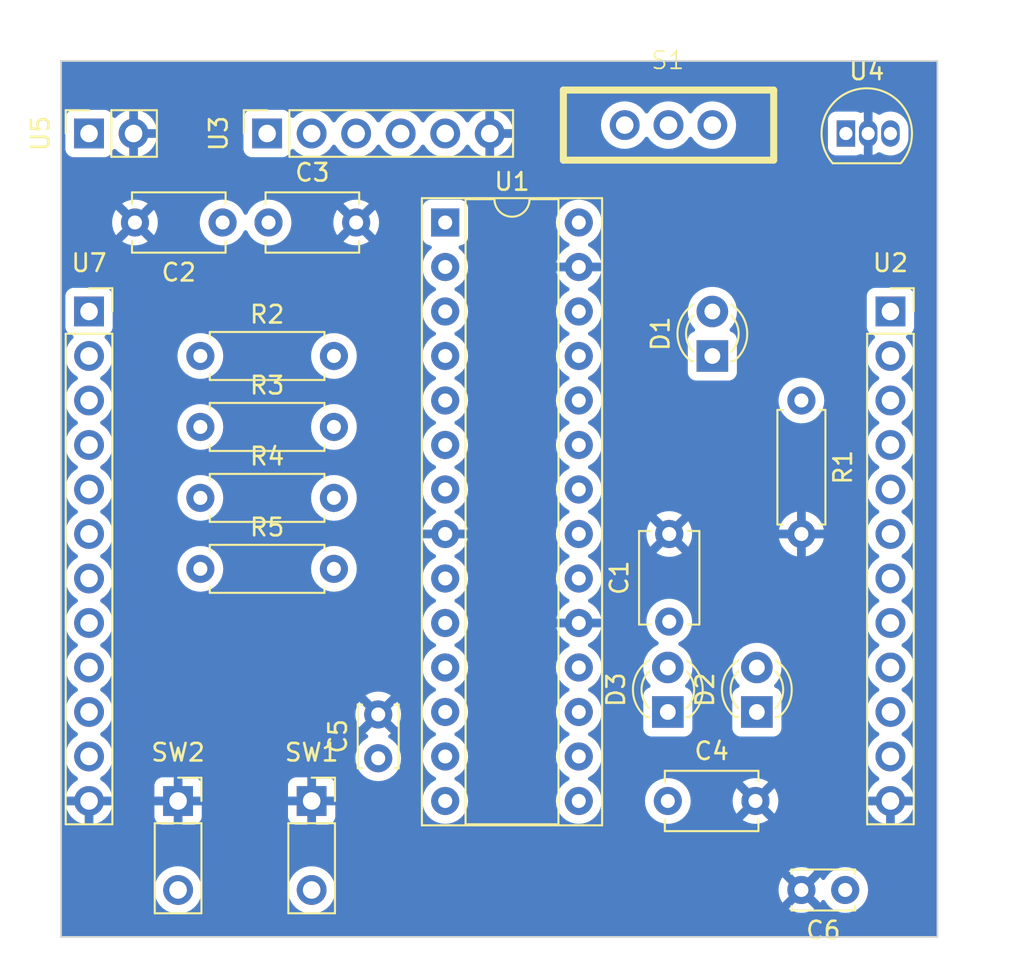
<source format=kicad_pcb>
(kicad_pcb (version 20221018) (generator pcbnew)
  (layers (0 "F.Cu" signal) (31 "B.Cu" signal) (34 "B.Paste" user) (35 "F.Paste" user) (36 "B.SilkS" user "B.Silkscreen") (37 "F.SilkS" user "F.Silkscreen") (38 "B.Mask" user) (39 "F.Mask" user) (44 "Edge.Cuts" user))
  (net 0 "")
  (net 1 "Net-(S1-B)")
  (net 2 "GND")
  (net 3 "+3.3V")
  (net 4 "Net-(U1-Vcap)")
  (net 5 "Net-(D1-K)")
  (net 6 "Net-(D2-K)")
  (net 7 "Net-(D3-K)")
  (net 8 "/MCLR")
  (net 9 "/USER")
  (net 10 "/GREEN")
  (net 11 "/YELLOW")
  (net 12 "+5V")
  (net 13 "Net-(S1-C)")
  (net 14 "/A0")
  (net 15 "/A1")
  (net 16 "/B0")
  (net 17 "/B1")
  (net 18 "/B2")
  (net 19 "/U1TX")
  (net 20 "/U1RX")
  (net 21 "/A3")
  (net 22 "/B6")
  (net 23 "/B7")
  (net 24 "/B8")
  (net 25 "/B9")
  (net 26 "/B10")
  (net 27 "/B11")
  (net 28 "/B12")
  (net 29 "/B13")
  (net 30 "/B14")
  (net 31 "/B15")
  (net 32 "/Vin")
  (footprint "pic32board:pushbutton" (layer "F.Cu") (at 106.68 142.24)
    (fp_text reference "SW2" (at 0 -2.77) (layer "F.SilkS"))
    (fp_text value "USER")
    (fp_line (start -1.33 1.27) (end -1.33 6.41) (stroke (width 0.12)) (layer "F.SilkS"))
    (fp_line (start -1.33 1.27) (end 1.33 1.27) (stroke (width 0.12)) (layer "F.SilkS"))
    (fp_line (start -1.33 6.41) (end 1.33 6.41) (stroke (width 0.12)) (layer "F.SilkS"))
    (fp_line (start 0 -1.33) (end 1.33 -1.33) (stroke (width 0.12)) (layer "F.SilkS"))
    (fp_line (start 1.33 -1.33) (end 1.33 0) (stroke (width 0.12)) (layer "F.SilkS"))
    (fp_line (start 1.33 1.27) (end 1.33 6.41) (stroke (width 0.12)) (layer "F.SilkS"))
    (pad "1" thru_hole rect (at 0 0) (size 1.7 1.7) (drill 1) (layers "*.Cu" "*.Mask") (net 2 "GND"))
    (pad "2" thru_hole oval (at 0 5.08) (size 1.7 1.7) (drill 1) (layers "*.Cu" "*.Mask") (net 9 "/USER"))
  )
  (footprint "Resistor_THT:R_Axial_DIN0207_L6.3mm_D2.5mm_P7.62mm_Horizontal" (layer "F.Cu") (at 107.95 116.84)
    (fp_text reference "R2" (at 3.81 -2.37) (layer "F.SilkS"))
    (fp_text value "10k")
    (fp_line (start 0.54 -1.37) (end 7.08 -1.37) (stroke (width 0.12)) (layer "F.SilkS"))
    (fp_line (start 0.54 -1.04) (end 0.54 -1.37) (stroke (width 0.12)) (layer "F.SilkS"))
    (fp_line (start 0.54 1.04) (end 0.54 1.37) (stroke (width 0.12)) (layer "F.SilkS"))
    (fp_line (start 0.54 1.37) (end 7.08 1.37) (stroke (width 0.12)) (layer "F.SilkS"))
    (fp_line (start 7.08 -1.37) (end 7.08 -1.04) (stroke (width 0.12)) (layer "F.SilkS"))
    (fp_line (start 7.08 1.37) (end 7.08 1.04) (stroke (width 0.12)) (layer "F.SilkS"))
    (pad "1" thru_hole circle (at 0 0) (size 1.6 1.6) (drill 0.8) (layers "*.Cu" "*.Mask") (net 3 "+3.3V"))
    (pad "2" thru_hole oval (at 7.62 0) (size 1.6 1.6) (drill 0.8) (layers "*.Cu" "*.Mask") (net 8 "/MCLR"))
  )
  (footprint "Capacitor_THT:C_Disc_D5.1mm_W3.2mm_P5.00mm" (layer "F.Cu") (at 134.7 132 90)
    (fp_text reference "C1" (at 2.5 -2.85 90) (layer "F.SilkS"))
    (fp_text value "1uF")
    (fp_line (start -0.17 -1.721) (end -0.17 -1.055) (stroke (width 0.12)) (layer "F.SilkS"))
    (fp_line (start -0.17 -1.721) (end 5.17 -1.721) (stroke (width 0.12)) (layer "F.SilkS"))
    (fp_line (start -0.17 1.055) (end -0.17 1.721) (stroke (width 0.12)) (layer "F.SilkS"))
    (fp_line (start -0.17 1.721) (end 5.17 1.721) (stroke (width 0.12)) (layer "F.SilkS"))
    (fp_line (start 5.17 -1.721) (end 5.17 -1.055) (stroke (width 0.12)) (layer "F.SilkS"))
    (fp_line (start 5.17 1.055) (end 5.17 1.721) (stroke (width 0.12)) (layer "F.SilkS"))
    (pad "1" thru_hole circle (at 0 0 90) (size 1.6 1.6) (drill 0.8) (layers "*.Cu" "*.Mask") (net 1 "Net-(S1-B)"))
    (pad "2" thru_hole circle (at 5 0 90) (size 1.6 1.6) (drill 0.8) (layers "*.Cu" "*.Mask") (net 2 "GND"))
  )
  (footprint "LED_THT:LED_D3.0mm" (layer "F.Cu") (at 137.16 116.84 90)
    (fp_text reference "D1" (at 1.27 -2.96 90) (layer "F.SilkS"))
    (fp_text value "RED")
    (fp_line (start -0.29 -1.236) (end -0.29 -1.08) (stroke (width 0.12)) (layer "F.SilkS"))
    (fp_line (start -0.29 1.08) (end -0.29 1.236) (stroke (width 0.12)) (layer "F.SilkS"))
    (fp_arc (start -0.29 -1.235516) (mid 1.366487 -1.987659) (end 2.942335 -1.078608) (stroke (width 0.12)) (layer "F.SilkS"))
    (fp_arc (start 0.229039 -1.08) (mid 1.270117 -1.5) (end 2.31113 -1.079837) (stroke (width 0.12)) (layer "F.SilkS"))
    (fp_arc (start 2.31113 1.079837) (mid 1.270117 1.5) (end 0.229039 1.08) (stroke (width 0.12)) (layer "F.SilkS"))
    (fp_arc (start 2.942335 1.078608) (mid 1.366487 1.987659) (end -0.29 1.235516) (stroke (width 0.12)) (layer "F.SilkS"))
    (pad "1" thru_hole rect (at 0 0 90) (size 1.8 1.8) (drill 0.9) (layers "*.Cu" "*.Mask") (net 5 "Net-(D1-K)"))
    (pad "2" thru_hole circle (at 2.54 0 90) (size 1.8 1.8) (drill 0.9) (layers "*.Cu" "*.Mask") (net 3 "+3.3V"))
  )
  (footprint "pic32board:slidesw2" (layer "F.Cu") (at 134.66 103.661268)
    (fp_text reference "S1" (at -0.042843 -3.700198 unlocked) (layer "F.SilkS") (effects (font (thickness 0.1))))
    (fp_text value "SW_slide")
    (fp_line (start -6 -2) (end -6 2) (stroke (width 0.4)) (layer "F.SilkS"))
    (fp_line (start -6 2) (end 6 2) (stroke (width 0.4)) (layer "F.SilkS"))
    (fp_line (start 6 -2) (end -6 -2) (stroke (width 0.4)) (layer "F.SilkS"))
    (fp_line (start 6 2) (end 6 -2) (stroke (width 0.4)) (layer "F.SilkS"))
    (pad "1" thru_hole circle (at -2.5 0) (size 1.7 1.7) (drill 1) (layers "*.Cu" "*.Mask") (net 12 "+5V"))
    (pad "2" thru_hole circle (at 0 0) (size 1.7 1.7) (drill 1) (layers "*.Cu" "*.Mask") (net 1 "Net-(S1-B)"))
    (pad "3" thru_hole circle (at 2.5 0) (size 1.7 1.7) (drill 1) (layers "*.Cu" "*.Mask") (net 13 "Net-(S1-C)"))
  )
  (footprint "Capacitor_THT:C_Disc_D5.1mm_W3.2mm_P5.00mm" (layer "F.Cu") (at 109.22 109.22 180)
    (fp_text reference "C2" (at 2.5 -2.85) (layer "F.SilkS"))
    (fp_text value "1uF")
    (fp_line (start -0.17 -1.721) (end -0.17 -1.055) (stroke (width 0.12)) (layer "F.SilkS"))
    (fp_line (start -0.17 -1.721) (end 5.17 -1.721) (stroke (width 0.12)) (layer "F.SilkS"))
    (fp_line (start -0.17 1.055) (end -0.17 1.721) (stroke (width 0.12)) (layer "F.SilkS"))
    (fp_line (start -0.17 1.721) (end 5.17 1.721) (stroke (width 0.12)) (layer "F.SilkS"))
    (fp_line (start 5.17 -1.721) (end 5.17 -1.055) (stroke (width 0.12)) (layer "F.SilkS"))
    (fp_line (start 5.17 1.055) (end 5.17 1.721) (stroke (width 0.12)) (layer "F.SilkS"))
    (pad "1" thru_hole circle (at 0 0 180) (size 1.6 1.6) (drill 0.8) (layers "*.Cu" "*.Mask") (net 3 "+3.3V"))
    (pad "2" thru_hole circle (at 5 0 180) (size 1.6 1.6) (drill 0.8) (layers "*.Cu" "*.Mask") (net 2 "GND"))
  )
  (footprint "Resistor_THT:R_Axial_DIN0207_L6.3mm_D2.5mm_P7.62mm_Horizontal" (layer "F.Cu") (at 107.95 128.99)
    (fp_text reference "R5" (at 3.81 -2.37) (layer "F.SilkS"))
    (fp_text value "330")
    (fp_line (start 0.54 -1.37) (end 7.08 -1.37) (stroke (width 0.12)) (layer "F.SilkS"))
    (fp_line (start 0.54 -1.04) (end 0.54 -1.37) (stroke (width 0.12)) (layer "F.SilkS"))
    (fp_line (start 0.54 1.04) (end 0.54 1.37) (stroke (width 0.12)) (layer "F.SilkS"))
    (fp_line (start 0.54 1.37) (end 7.08 1.37) (stroke (width 0.12)) (layer "F.SilkS"))
    (fp_line (start 7.08 -1.37) (end 7.08 -1.04) (stroke (width 0.12)) (layer "F.SilkS"))
    (fp_line (start 7.08 1.37) (end 7.08 1.04) (stroke (width 0.12)) (layer "F.SilkS"))
    (pad "1" thru_hole circle (at 0 0) (size 1.6 1.6) (drill 0.8) (layers "*.Cu" "*.Mask") (net 7 "Net-(D3-K)"))
    (pad "2" thru_hole oval (at 7.62 0) (size 1.6 1.6) (drill 0.8) (layers "*.Cu" "*.Mask") (net 11 "/YELLOW"))
  )
  (footprint "Capacitor_THT:C_Disc_D5.1mm_W3.2mm_P5.00mm" (layer "F.Cu") (at 111.84 109.22)
    (fp_text reference "C3" (at 2.5 -2.85) (layer "F.SilkS"))
    (fp_text value "1uF")
    (fp_line (start -0.17 -1.721) (end -0.17 -1.055) (stroke (width 0.12)) (layer "F.SilkS"))
    (fp_line (start -0.17 -1.721) (end 5.17 -1.721) (stroke (width 0.12)) (layer "F.SilkS"))
    (fp_line (start -0.17 1.055) (end -0.17 1.721) (stroke (width 0.12)) (layer "F.SilkS"))
    (fp_line (start -0.17 1.721) (end 5.17 1.721) (stroke (width 0.12)) (layer "F.SilkS"))
    (fp_line (start 5.17 -1.721) (end 5.17 -1.055) (stroke (width 0.12)) (layer "F.SilkS"))
    (fp_line (start 5.17 1.055) (end 5.17 1.721) (stroke (width 0.12)) (layer "F.SilkS"))
    (pad "1" thru_hole circle (at 0 0) (size 1.6 1.6) (drill 0.8) (layers "*.Cu" "*.Mask") (net 3 "+3.3V"))
    (pad "2" thru_hole circle (at 5 0) (size 1.6 1.6) (drill 0.8) (layers "*.Cu" "*.Mask") (net 2 "GND"))
  )
  (footprint "Resistor_THT:R_Axial_DIN0207_L6.3mm_D2.5mm_P7.62mm_Horizontal" (layer "F.Cu") (at 107.95 124.94)
    (fp_text reference "R4" (at 3.81 -2.37) (layer "F.SilkS"))
    (fp_text value "330")
    (fp_line (start 0.54 -1.37) (end 7.08 -1.37) (stroke (width 0.12)) (layer "F.SilkS"))
    (fp_line (start 0.54 -1.04) (end 0.54 -1.37) (stroke (width 0.12)) (layer "F.SilkS"))
    (fp_line (start 0.54 1.04) (end 0.54 1.37) (stroke (width 0.12)) (layer "F.SilkS"))
    (fp_line (start 0.54 1.37) (end 7.08 1.37) (stroke (width 0.12)) (layer "F.SilkS"))
    (fp_line (start 7.08 -1.37) (end 7.08 -1.04) (stroke (width 0.12)) (layer "F.SilkS"))
    (fp_line (start 7.08 1.37) (end 7.08 1.04) (stroke (width 0.12)) (layer "F.SilkS"))
    (pad "1" thru_hole circle (at 0 0) (size 1.6 1.6) (drill 0.8) (layers "*.Cu" "*.Mask") (net 6 "Net-(D2-K)"))
    (pad "2" thru_hole oval (at 7.62 0) (size 1.6 1.6) (drill 0.8) (layers "*.Cu" "*.Mask") (net 10 "/GREEN"))
  )
  (footprint "Capacitor_THT:C_Disc_D5.1mm_W3.2mm_P5.00mm" (layer "F.Cu") (at 134.62 142.24)
    (fp_text reference "C4" (at 2.5 -2.85) (layer "F.SilkS"))
    (fp_text value "1uF")
    (fp_line (start -0.17 -1.721) (end -0.17 -1.055) (stroke (width 0.12)) (layer "F.SilkS"))
    (fp_line (start -0.17 -1.721) (end 5.17 -1.721) (stroke (width 0.12)) (layer "F.SilkS"))
    (fp_line (start -0.17 1.055) (end -0.17 1.721) (stroke (width 0.12)) (layer "F.SilkS"))
    (fp_line (start -0.17 1.721) (end 5.17 1.721) (stroke (width 0.12)) (layer "F.SilkS"))
    (fp_line (start 5.17 -1.721) (end 5.17 -1.055) (stroke (width 0.12)) (layer "F.SilkS"))
    (fp_line (start 5.17 1.055) (end 5.17 1.721) (stroke (width 0.12)) (layer "F.SilkS"))
    (pad "1" thru_hole circle (at 0 0) (size 1.6 1.6) (drill 0.8) (layers "*.Cu" "*.Mask") (net 4 "Net-(U1-Vcap)"))
    (pad "2" thru_hole circle (at 5 0) (size 1.6 1.6) (drill 0.8) (layers "*.Cu" "*.Mask") (net 2 "GND"))
  )
  (footprint "pic32board:pushbutton" (layer "F.Cu") (at 114.3 142.24)
    (fp_text reference "SW1" (at 0 -2.77) (layer "F.SilkS"))
    (fp_text value "MCLR")
    (fp_line (start -1.33 1.27) (end -1.33 6.41) (stroke (width 0.12)) (layer "F.SilkS"))
    (fp_line (start -1.33 1.27) (end 1.33 1.27) (stroke (width 0.12)) (layer "F.SilkS"))
    (fp_line (start -1.33 6.41) (end 1.33 6.41) (stroke (width 0.12)) (layer "F.SilkS"))
    (fp_line (start 0 -1.33) (end 1.33 -1.33) (stroke (width 0.12)) (layer "F.SilkS"))
    (fp_line (start 1.33 -1.33) (end 1.33 0) (stroke (width 0.12)) (layer "F.SilkS"))
    (fp_line (start 1.33 1.27) (end 1.33 6.41) (stroke (width 0.12)) (layer "F.SilkS"))
    (pad "1" thru_hole rect (at 0 0) (size 1.7 1.7) (drill 1) (layers "*.Cu" "*.Mask") (net 2 "GND"))
    (pad "2" thru_hole oval (at 0 5.08) (size 1.7 1.7) (drill 1) (layers "*.Cu" "*.Mask") (net 8 "/MCLR"))
  )
  (footprint "Connector_PinSocket_2.54mm:PinSocket_1x06_P2.54mm_Vertical" (layer "F.Cu") (at 111.76 104.14 90)
    (fp_text reference "U3" (at 0 -2.77 90) (layer "F.SilkS"))
    (fp_text value "~")
    (fp_line (start -1.33 1.27) (end -1.33 14.03) (stroke (width 0.12)) (layer "F.SilkS"))
    (fp_line (start -1.33 1.27) (end 1.33 1.27) (stroke (width 0.12)) (layer "F.SilkS"))
    (fp_line (start -1.33 14.03) (end 1.33 14.03) (stroke (width 0.12)) (layer "F.SilkS"))
    (fp_line (start 0 -1.33) (end 1.33 -1.33) (stroke (width 0.12)) (layer "F.SilkS"))
    (fp_line (start 1.33 -1.33) (end 1.33 0) (stroke (width 0.12)) (layer "F.SilkS"))
    (fp_line (start 1.33 1.27) (end 1.33 14.03) (stroke (width 0.12)) (layer "F.SilkS"))
    (pad "1" thru_hole rect (at 0 0 90) (size 1.7 1.7) (drill 1) (layers "*.Cu" "*.Mask"))
    (pad "2" thru_hole oval (at 0 2.54 90) (size 1.7 1.7) (drill 1) (layers "*.Cu" "*.Mask") (net 19 "/U1TX"))
    (pad "3" thru_hole oval (at 0 5.08 90) (size 1.7 1.7) (drill 1) (layers "*.Cu" "*.Mask") (net 20 "/U1RX"))
    (pad "4" thru_hole oval (at 0 7.62 90) (size 1.7 1.7) (drill 1) (layers "*.Cu" "*.Mask") (net 12 "+5V"))
    (pad "5" thru_hole oval (at 0 10.16 90) (size 1.7 1.7) (drill 1) (layers "*.Cu" "*.Mask"))
    (pad "6" thru_hole oval (at 0 12.7 90) (size 1.7 1.7) (drill 1) (layers "*.Cu" "*.Mask") (net 2 "GND"))
  )
  (footprint "Connector_PinSocket_2.54mm:PinSocket_1x12_P2.54mm_Vertical" (layer "F.Cu") (at 101.6 114.3)
    (fp_text reference "U7" (at 0 -2.77) (layer "F.SilkS"))
    (fp_text value "~")
    (fp_line (start -1.33 1.27) (end -1.33 29.27) (stroke (width 0.12)) (layer "F.SilkS"))
    (fp_line (start -1.33 1.27) (end 1.33 1.27) (stroke (width 0.12)) (layer "F.SilkS"))
    (fp_line (start -1.33 29.27) (end 1.33 29.27) (stroke (width 0.12)) (layer "F.SilkS"))
    (fp_line (start 0 -1.33) (end 1.33 -1.33) (stroke (width 0.12)) (layer "F.SilkS"))
    (fp_line (start 1.33 -1.33) (end 1.33 0) (stroke (width 0.12)) (layer "F.SilkS"))
    (fp_line (start 1.33 1.27) (end 1.33 29.27) (stroke (width 0.12)) (layer "F.SilkS"))
    (pad "1" thru_hole rect (at 0 0) (size 1.7 1.7) (drill 1) (layers "*.Cu" "*.Mask") (net 14 "/A0"))
    (pad "2" thru_hole oval (at 0 2.54) (size 1.7 1.7) (drill 1) (layers "*.Cu" "*.Mask") (net 15 "/A1"))
    (pad "3" thru_hole oval (at 0 5.08) (size 1.7 1.7) (drill 1) (layers "*.Cu" "*.Mask") (net 16 "/B0"))
    (pad "4" thru_hole oval (at 0 7.62) (size 1.7 1.7) (drill 1) (layers "*.Cu" "*.Mask") (net 17 "/B1"))
    (pad "5" thru_hole oval (at 0 10.16) (size 1.7 1.7) (drill 1) (layers "*.Cu" "*.Mask") (net 18 "/B2"))
    (pad "6" thru_hole oval (at 0 12.7) (size 1.7 1.7) (drill 1) (layers "*.Cu" "*.Mask") (net 21 "/A3"))
    (pad "7" thru_hole oval (at 0 15.24) (size 1.7 1.7) (drill 1) (layers "*.Cu" "*.Mask") (net 10 "/GREEN"))
    (pad "8" thru_hole oval (at 0 17.78) (size 1.7 1.7) (drill 1) (layers "*.Cu" "*.Mask") (net 11 "/YELLOW"))
    (pad "9" thru_hole oval (at 0 20.32) (size 1.7 1.7) (drill 1) (layers "*.Cu" "*.Mask") (net 22 "/B6"))
    (pad "10" thru_hole oval (at 0 22.86) (size 1.7 1.7) (drill 1) (layers "*.Cu" "*.Mask") (net 32 "/Vin"))
    (pad "11" thru_hole oval (at 0 25.4) (size 1.7 1.7) (drill 1) (layers "*.Cu" "*.Mask") (net 3 "+3.3V"))
    (pad "12" thru_hole oval (at 0 27.94) (size 1.7 1.7) (drill 1) (layers "*.Cu" "*.Mask") (net 2 "GND"))
  )
  (footprint "LED_THT:LED_D3.0mm" (layer "F.Cu") (at 139.7 137.16 90)
    (fp_text reference "D2" (at 1.27 -2.96 90) (layer "F.SilkS"))
    (fp_text value "GREEN")
    (fp_line (start -0.29 -1.236) (end -0.29 -1.08) (stroke (width 0.12)) (layer "F.SilkS"))
    (fp_line (start -0.29 1.08) (end -0.29 1.236) (stroke (width 0.12)) (layer "F.SilkS"))
    (fp_arc (start -0.29 -1.235516) (mid 1.366487 -1.987659) (end 2.942335 -1.078608) (stroke (width 0.12)) (layer "F.SilkS"))
    (fp_arc (start 0.229039 -1.08) (mid 1.270117 -1.5) (end 2.31113 -1.079837) (stroke (width 0.12)) (layer "F.SilkS"))
    (fp_arc (start 2.31113 1.079837) (mid 1.270117 1.5) (end 0.229039 1.08) (stroke (width 0.12)) (layer "F.SilkS"))
    (fp_arc (start 2.942335 1.078608) (mid 1.366487 1.987659) (end -0.29 1.235516) (stroke (width 0.12)) (layer "F.SilkS"))
    (pad "1" thru_hole rect (at 0 0 90) (size 1.8 1.8) (drill 0.9) (layers "*.Cu" "*.Mask") (net 6 "Net-(D2-K)"))
    (pad "2" thru_hole circle (at 2.54 0 90) (size 1.8 1.8) (drill 0.9) (layers "*.Cu" "*.Mask") (net 3 "+3.3V"))
  )
  (footprint "LED_THT:LED_D3.0mm" (layer "F.Cu") (at 134.62 137.16 90)
    (fp_text reference "D3" (at 1.27 -2.96 90) (layer "F.SilkS"))
    (fp_text value "YELLOW")
    (fp_line (start -0.29 -1.236) (end -0.29 -1.08) (stroke (width 0.12)) (layer "F.SilkS"))
    (fp_line (start -0.29 1.08) (end -0.29 1.236) (stroke (width 0.12)) (layer "F.SilkS"))
    (fp_arc (start -0.29 -1.235516) (mid 1.366487 -1.987659) (end 2.942335 -1.078608) (stroke (width 0.12)) (layer "F.SilkS"))
    (fp_arc (start 0.229039 -1.08) (mid 1.270117 -1.5) (end 2.31113 -1.079837) (stroke (width 0.12)) (layer "F.SilkS"))
    (fp_arc (start 2.31113 1.079837) (mid 1.270117 1.5) (end 0.229039 1.08) (stroke (width 0.12)) (layer "F.SilkS"))
    (fp_arc (start 2.942335 1.078608) (mid 1.366487 1.987659) (end -0.29 1.235516) (stroke (width 0.12)) (layer "F.SilkS"))
    (pad "1" thru_hole rect (at 0 0 90) (size 1.8 1.8) (drill 0.9) (layers "*.Cu" "*.Mask") (net 7 "Net-(D3-K)"))
    (pad "2" thru_hole circle (at 2.54 0 90) (size 1.8 1.8) (drill 0.9) (layers "*.Cu" "*.Mask") (net 3 "+3.3V"))
  )
  (footprint "Package_TO_SOT_THT:TO-92L_Inline" (layer "F.Cu") (at 144.78 104.14)
    (fp_text reference "U4" (at 1.19 -3.56) (layer "F.SilkS"))
    (fp_text value "~")
    (fp_line (start -0.75 1.7) (end 3.1 1.7) (stroke (width 0.12)) (layer "F.SilkS"))
    (fp_arc (start -0.75 1.7) (mid 1.183448 -2.579449) (end 3.138611 1.690122) (stroke (width 0.12)) (layer "F.SilkS"))
    (pad "1" thru_hole rect (at 0 0) (size 1.05 1.5) (drill 0.75) (layers "*.Cu" "*.Mask") (net 3 "+3.3V"))
    (pad "2" thru_hole oval (at 1.27 0) (size 1.05 1.5) (drill 0.75) (layers "*.Cu" "*.Mask") (net 2 "GND"))
    (pad "3" thru_hole oval (at 2.54 0) (size 1.05 1.5) (drill 0.75) (layers "*.Cu" "*.Mask") (net 1 "Net-(S1-B)"))
  )
  (footprint "Connector_PinSocket_2.54mm:PinSocket_1x02_P2.54mm_Vertical" (layer "F.Cu") (at 101.6 104.14 90)
    (fp_text reference "U5" (at 0 -2.77 90) (layer "F.SilkS"))
    (fp_text value "~")
    (fp_line (start -1.33 1.27) (end -1.33 3.87) (stroke (width 0.12)) (layer "F.SilkS"))
    (fp_line (start -1.33 1.27) (end 1.33 1.27) (stroke (width 0.12)) (layer "F.SilkS"))
    (fp_line (start -1.33 3.87) (end 1.33 3.87) (stroke (width 0.12)) (layer "F.SilkS"))
    (fp_line (start 0 -1.33) (end 1.33 -1.33) (stroke (width 0.12)) (layer "F.SilkS"))
    (fp_line (start 1.33 -1.33) (end 1.33 0) (stroke (width 0.12)) (layer "F.SilkS"))
    (fp_line (start 1.33 1.27) (end 1.33 3.87) (stroke (width 0.12)) (layer "F.SilkS"))
    (pad "1" thru_hole rect (at 0 0 90) (size 1.7 1.7) (drill 1) (layers "*.Cu" "*.Mask") (net 13 "Net-(S1-C)"))
    (pad "2" thru_hole oval (at 0 2.54 90) (size 1.7 1.7) (drill 1) (layers "*.Cu" "*.Mask") (net 2 "GND"))
  )
  (footprint "Package_DIP:DIP-28_W7.62mm_Socket" (layer "F.Cu") (at 121.92 109.22)
    (fp_text reference "U1" (at 3.81 -2.33) (layer "F.SilkS"))
    (fp_text value "~")
    (fp_line (start -1.33 -1.39) (end -1.33 34.41) (stroke (width 0.12)) (layer "F.SilkS"))
    (fp_line (start -1.33 34.41) (end 8.95 34.41) (stroke (width 0.12)) (layer "F.SilkS"))
    (fp_line (start 1.16 -1.33) (end 1.16 34.35) (stroke (width 0.12)) (layer "F.SilkS"))
    (fp_line (start 1.16 34.35) (end 6.46 34.35) (stroke (width 0.12)) (layer "F.SilkS"))
    (fp_line (start 2.81 -1.33) (end 1.16 -1.33) (stroke (width 0.12)) (layer "F.SilkS"))
    (fp_line (start 6.46 -1.33) (end 4.81 -1.33) (stroke (width 0.12)) (layer "F.SilkS"))
    (fp_line (start 6.46 34.35) (end 6.46 -1.33) (stroke (width 0.12)) (layer "F.SilkS"))
    (fp_line (start 8.95 -1.39) (end -1.33 -1.39) (stroke (width 0.12)) (layer "F.SilkS"))
    (fp_line (start 8.95 34.41) (end 8.95 -1.39) (stroke (width 0.12)) (layer "F.SilkS"))
    (fp_arc (start 4.81 -1.33) (mid 3.81 -0.33) (end 2.81 -1.33) (stroke (width 0.12)) (layer "F.SilkS"))
    (pad "1" thru_hole rect (at 0 0) (size 1.6 1.6) (drill 0.8) (layers "*.Cu" "*.Mask") (net 8 "/MCLR"))
    (pad "2" thru_hole oval (at 0 2.54) (size 1.6 1.6) (drill 0.8) (layers "*.Cu" "*.Mask") (net 14 "/A0"))
    (pad "3" thru_hole oval (at 0 5.08) (size 1.6 1.6) (drill 0.8) (layers "*.Cu" "*.Mask") (net 15 "/A1"))
    (pad "4" thru_hole oval (at 0 7.62) (size 1.6 1.6) (drill 0.8) (layers "*.Cu" "*.Mask") (net 16 "/B0"))
    (pad "5" thru_hole oval (at 0 10.16) (size 1.6 1.6) (drill 0.8) (layers "*.Cu" "*.Mask") (net 17 "/B1"))
    (pad "6" thru_hole oval (at 0 12.7) (size 1.6 1.6) (drill 0.8) (layers "*.Cu" "*.Mask") (net 18 "/B2"))
    (pad "7" thru_hole oval (at 0 15.24) (size 1.6 1.6) (drill 0.8) (layers "*.Cu" "*.Mask") (net 19 "/U1TX"))
    (pad "8" thru_hole oval (at 0 17.78) (size 1.6 1.6) (drill 0.8) (layers "*.Cu" "*.Mask") (net 2 "GND"))
    (pad "9" thru_hole oval (at 0 20.32) (size 1.6 1.6) (drill 0.8) (layers "*.Cu" "*.Mask") (net 20 "/U1RX"))
    (pad "10" thru_hole oval (at 0 22.86) (size 1.6 1.6) (drill 0.8) (layers "*.Cu" "*.Mask") (net 21 "/A3"))
    (pad "11" thru_hole oval (at 0 25.4) (size 1.6 1.6) (drill 0.8) (layers "*.Cu" "*.Mask") (net 10 "/GREEN"))
    (pad "12" thru_hole oval (at 0 27.94) (size 1.6 1.6) (drill 0.8) (layers "*.Cu" "*.Mask") (net 9 "/USER"))
    (pad "13" thru_hole oval (at 0 30.48) (size 1.6 1.6) (drill 0.8) (layers "*.Cu" "*.Mask") (net 3 "+3.3V"))
    (pad "14" thru_hole oval (at 0 33.02) (size 1.6 1.6) (drill 0.8) (layers "*.Cu" "*.Mask") (net 11 "/YELLOW"))
    (pad "15" thru_hole oval (at 7.62 33.02) (size 1.6 1.6) (drill 0.8) (layers "*.Cu" "*.Mask") (net 22 "/B6"))
    (pad "16" thru_hole oval (at 7.62 30.48) (size 1.6 1.6) (drill 0.8) (layers "*.Cu" "*.Mask") (net 23 "/B7"))
    (pad "17" thru_hole oval (at 7.62 27.94) (size 1.6 1.6) (drill 0.8) (layers "*.Cu" "*.Mask") (net 24 "/B8"))
    (pad "18" thru_hole oval (at 7.62 25.4) (size 1.6 1.6) (drill 0.8) (layers "*.Cu" "*.Mask") (net 25 "/B9"))
    (pad "19" thru_hole oval (at 7.62 22.86) (size 1.6 1.6) (drill 0.8) (layers "*.Cu" "*.Mask") (net 2 "GND"))
    (pad "20" thru_hole oval (at 7.62 20.32) (size 1.6 1.6) (drill 0.8) (layers "*.Cu" "*.Mask") (net 4 "Net-(U1-Vcap)"))
    (pad "21" thru_hole oval (at 7.62 17.78) (size 1.6 1.6) (drill 0.8) (layers "*.Cu" "*.Mask") (net 26 "/B10"))
    (pad "22" thru_hole oval (at 7.62 15.24) (size 1.6 1.6) (drill 0.8) (layers "*.Cu" "*.Mask") (net 27 "/B11"))
    (pad "23" thru_hole oval (at 7.62 12.7) (size 1.6 1.6) (drill 0.8) (layers "*.Cu" "*.Mask") (net 28 "/B12"))
    (pad "24" thru_hole oval (at 7.62 10.16) (size 1.6 1.6) (drill 0.8) (layers "*.Cu" "*.Mask") (net 29 "/B13"))
    (pad "25" thru_hole oval (at 7.62 7.62) (size 1.6 1.6) (drill 0.8) (layers "*.Cu" "*.Mask") (net 30 "/B14"))
    (pad "26" thru_hole oval (at 7.62 5.08) (size 1.6 1.6) (drill 0.8) (layers "*.Cu" "*.Mask") (net 31 "/B15"))
    (pad "27" thru_hole oval (at 7.62 2.54) (size 1.6 1.6) (drill 0.8) (layers "*.Cu" "*.Mask") (net 2 "GND"))
    (pad "28" thru_hole oval (at 7.62 0) (size 1.6 1.6) (drill 0.8) (layers "*.Cu" "*.Mask") (net 3 "+3.3V"))
  )
  (footprint "Capacitor_THT:C_Disc_D3.4mm_W2.1mm_P2.50mm" (layer "F.Cu") (at 118.097252 139.800813 90)
    (fp_text reference "C5" (at 1.25 -2.3 90) (layer "F.SilkS"))
    (fp_text value "0.1uF")
    (fp_line (start -0.57 -1.17) (end -0.57 -0.925) (stroke (width 0.12)) (layer "F.SilkS"))
    (fp_line (start -0.57 -1.17) (end 3.07 -1.17) (stroke (width 0.12)) (layer "F.SilkS"))
    (fp_line (start -0.57 0.925) (end -0.57 1.17) (stroke (width 0.12)) (layer "F.SilkS"))
    (fp_line (start -0.57 1.17) (end 3.07 1.17) (stroke (width 0.12)) (layer "F.SilkS"))
    (fp_line (start 3.07 -1.17) (end 3.07 -0.925) (stroke (width 0.12)) (layer "F.SilkS"))
    (fp_line (start 3.07 0.925) (end 3.07 1.17) (stroke (width 0.12)) (layer "F.SilkS"))
    (pad "1" thru_hole circle (at 0 0 90) (size 1.6 1.6) (drill 0.8) (layers "*.Cu" "*.Mask") (net 3 "+3.3V"))
    (pad "2" thru_hole circle (at 2.5 0 90) (size 1.6 1.6) (drill 0.8) (layers "*.Cu" "*.Mask") (net 2 "GND"))
  )
  (footprint "Connector_PinSocket_2.54mm:PinSocket_1x12_P2.54mm_Vertical" (layer "F.Cu") (at 147.32 114.3)
    (fp_text reference "U2" (at 0 -2.77) (layer "F.SilkS"))
    (fp_text value "~")
    (fp_line (start -1.33 1.27) (end -1.33 29.27) (stroke (width 0.12)) (layer "F.SilkS"))
    (fp_line (start -1.33 1.27) (end 1.33 1.27) (stroke (width 0.12)) (layer "F.SilkS"))
    (fp_line (start -1.33 29.27) (end 1.33 29.27) (stroke (width 0.12)) (layer "F.SilkS"))
    (fp_line (start 0 -1.33) (end 1.33 -1.33) (stroke (width 0.12)) (layer "F.SilkS"))
    (fp_line (start 1.33 -1.33) (end 1.33 0) (stroke (width 0.12)) (layer "F.SilkS"))
    (fp_line (start 1.33 1.27) (end 1.33 29.27) (stroke (width 0.12)) (layer "F.SilkS"))
    (pad "1" thru_hole rect (at 0 0) (size 1.7 1.7) (drill 1) (layers "*.Cu" "*.Mask") (net 31 "/B15"))
    (pad "2" thru_hole oval (at 0 2.54) (size 1.7 1.7) (drill 1) (layers "*.Cu" "*.Mask") (net 30 "/B14"))
    (pad "3" thru_hole oval (at 0 5.08) (size 1.7 1.7) (drill 1) (layers "*.Cu" "*.Mask") (net 29 "/B13"))
    (pad "4" thru_hole oval (at 0 7.62) (size 1.7 1.7) (drill 1) (layers "*.Cu" "*.Mask") (net 28 "/B12"))
    (pad "5" thru_hole oval (at 0 10.16) (size 1.7 1.7) (drill 1) (layers "*.Cu" "*.Mask") (net 27 "/B11"))
    (pad "6" thru_hole oval (at 0 12.7) (size 1.7 1.7) (drill 1) (layers "*.Cu" "*.Mask") (net 26 "/B10"))
    (pad "7" thru_hole oval (at 0 15.24) (size 1.7 1.7) (drill 1) (layers "*.Cu" "*.Mask") (net 25 "/B9"))
    (pad "8" thru_hole oval (at 0 17.78) (size 1.7 1.7) (drill 1) (layers "*.Cu" "*.Mask") (net 24 "/B8"))
    (pad "9" thru_hole oval (at 0 20.32) (size 1.7 1.7) (drill 1) (layers "*.Cu" "*.Mask") (net 23 "/B7"))
    (pad "10" thru_hole oval (at 0 22.86) (size 1.7 1.7) (drill 1) (layers "*.Cu" "*.Mask") (net 32 "/Vin"))
    (pad "11" thru_hole oval (at 0 25.4) (size 1.7 1.7) (drill 1) (layers "*.Cu" "*.Mask") (net 3 "+3.3V"))
    (pad "12" thru_hole oval (at 0 27.94) (size 1.7 1.7) (drill 1) (layers "*.Cu" "*.Mask") (net 2 "GND"))
  )
  (footprint "Resistor_THT:R_Axial_DIN0207_L6.3mm_D2.5mm_P7.62mm_Horizontal" (layer "F.Cu") (at 142.24 119.38 -90)
    (fp_text reference "R1" (at 3.81 -2.37 90) (layer "F.SilkS"))
    (fp_text value "330")
    (fp_line (start 0.54 -1.37) (end 7.08 -1.37) (stroke (width 0.12)) (layer "F.SilkS"))
    (fp_line (start 0.54 -1.04) (end 0.54 -1.37) (stroke (width 0.12)) (layer "F.SilkS"))
    (fp_line (start 0.54 1.04) (end 0.54 1.37) (stroke (width 0.12)) (layer "F.SilkS"))
    (fp_line (start 0.54 1.37) (end 7.08 1.37) (stroke (width 0.12)) (layer "F.SilkS"))
    (fp_line (start 7.08 -1.37) (end 7.08 -1.04) (stroke (width 0.12)) (layer "F.SilkS"))
    (fp_line (start 7.08 1.37) (end 7.08 1.04) (stroke (width 0.12)) (layer "F.SilkS"))
    (pad "1" thru_hole circle (at 0 0 270) (size 1.6 1.6) (drill 0.8) (layers "*.Cu" "*.Mask") (net 5 "Net-(D1-K)"))
    (pad "2" thru_hole oval (at 7.62 0 270) (size 1.6 1.6) (drill 0.8) (layers "*.Cu" "*.Mask") (net 2 "GND"))
  )
  (footprint "Capacitor_THT:C_Disc_D3.4mm_W2.1mm_P2.50mm" (layer "F.Cu") (at 144.74 147.32 180)
    (fp_text reference "C6" (at 1.25 -2.3) (layer "F.SilkS"))
    (fp_text value "0.1uf")
    (fp_line (start -0.57 -1.17) (end -0.57 -0.925) (stroke (width 0.12)) (layer "F.SilkS"))
    (fp_line (start -0.57 -1.17) (end 3.07 -1.17) (stroke (width 0.12)) (layer "F.SilkS"))
    (fp_line (start -0.57 0.925) (end -0.57 1.17) (stroke (width 0.12)) (layer "F.SilkS"))
    (fp_line (start -0.57 1.17) (end 3.07 1.17) (stroke (width 0.12)) (layer "F.SilkS"))
    (fp_line (start 3.07 -1.17) (end 3.07 -0.925) (stroke (width 0.12)) (layer "F.SilkS"))
    (fp_line (start 3.07 0.925) (end 3.07 1.17) (stroke (width 0.12)) (layer "F.SilkS"))
    (pad "1" thru_hole circle (at 0 0 180) (size 1.6 1.6) (drill 0.8) (layers "*.Cu" "*.Mask") (net 3 "+3.3V"))
    (pad "2" thru_hole circle (at 2.5 0 180) (size 1.6 1.6) (drill 0.8) (layers "*.Cu" "*.Mask") (net 2 "GND"))
  )
  (footprint "Resistor_THT:R_Axial_DIN0207_L6.3mm_D2.5mm_P7.62mm_Horizontal" (layer "F.Cu") (at 107.95 120.89)
    (fp_text reference "R3" (at 3.81 -2.37) (layer "F.SilkS"))
    (fp_text value "10k")
    (fp_line (start 0.54 -1.37) (end 7.08 -1.37) (stroke (width 0.12)) (layer "F.SilkS"))
    (fp_line (start 0.54 -1.04) (end 0.54 -1.37) (stroke (width 0.12)) (layer "F.SilkS"))
    (fp_line (start 0.54 1.04) (end 0.54 1.37) (stroke (width 0.12)) (layer "F.SilkS"))
    (fp_line (start 0.54 1.37) (end 7.08 1.37) (stroke (width 0.12)) (layer "F.SilkS"))
    (fp_line (start 7.08 -1.37) (end 7.08 -1.04) (stroke (width 0.12)) (layer "F.SilkS"))
    (fp_line (start 7.08 1.37) (end 7.08 1.04) (stroke (width 0.12)) (layer "F.SilkS"))
    (pad "1" thru_hole circle (at 0 0) (size 1.6 1.6) (drill 0.8) (layers "*.Cu" "*.Mask") (net 3 "+3.3V"))
    (pad "2" thru_hole oval (at 7.62 0) (size 1.6 1.6) (drill 0.8) (layers "*.Cu" "*.Mask") (net 9 "/USER"))
  )
  (gr_line (start 150 100) (end 150 150) (stroke (width 0.1)) (layer "Edge.Cuts"))
  (gr_line (start 100 100) (end 100 150) (stroke (width 0.1)) (layer "Edge.Cuts"))
  (gr_line (start 150 150) (end 100 150) (stroke (width 0.1)) (layer "Edge.Cuts"))
  (gr_line (start 150 100) (end 100 100) (stroke (width 0.1)) (layer "Edge.Cuts"))
  (zone (net 2) (net_name "GND") (layer "B.Cu") (connect_pads (clearance 0.5)) (min_thickness 0.25) (fill yes (thermal_gap 0.5) (thermal_bridge_width 0.5))
    (polygon (pts (xy 96.52 152.4) (xy 96.52 96.52) (xy 154.94 96.52) (xy 154.94 152.4)))
  )
)
</source>
